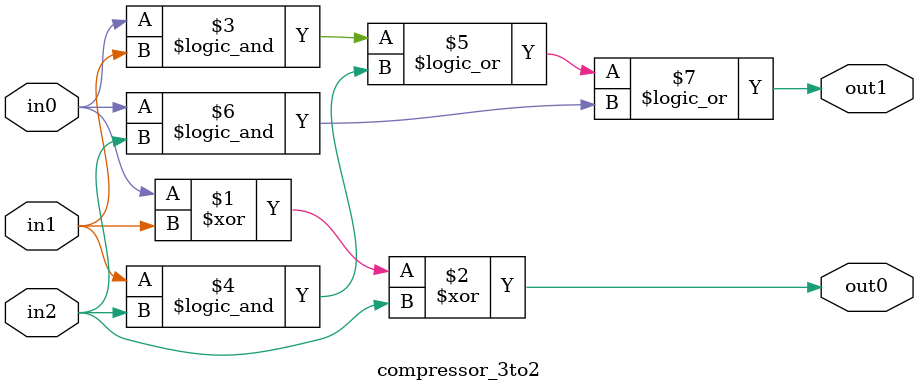
<source format=v>
module compressor_3to2 (

//input
in0,in1,in2,

//output
out0,out1

);


//input
input 		in0;
input     in1;
input     in2;

//output 
output 		out0;
output 		out1;



assign out0 = in0^in1^in2;
assign out1 = (in0&&in1) ||(in1&&in2)||(in0&&in2);


endmodule
</source>
